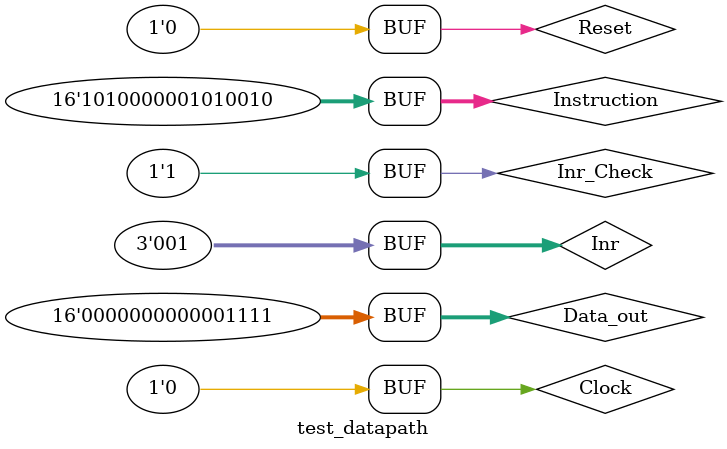
<source format=v>
`timescale 1ns / 1ps
module test_datapath;

parameter N=16;

reg [N-1:0] Data_out;
reg Clock;
reg Reset;
reg [N-1:0] Instruction;  
reg Inr_Check;
reg [2:0] Inr;
wire [N-1:0] outvalue;
wire [N-1:0] Data_write;
wire [N-1:0] PC;
wire [N-1:0] Data_write_ad;

top_datapath dtpth1(
             .Clock(Clock),
             .Reset(Reset),
             .PC_Instruction_memory_adder(PC),
             .Instruction(Instruction),
             .Inr(Inr),
             .Inr_Check(Inr_Check),
             .outvalue(outvalue),  
             .MUX4_Data_ad(Data_write_ad),
             .Reg_MUX3_Data_write(Data_write),
             .Data_MUX5(Data_out)    
);


initial 
 begin
 #0 Data_out=15;
 #0 Clock=0;
 #0 Reset=0;
 #0 Inr_Check=1;
 #0 Inr=1;
 #0 Instruction=16'b1010000001010010;
 #5 Clock=1;
 #5 Clock=0;
 #5 Clock=1;
 #5 Clock=0;
 end
endmodule

</source>
